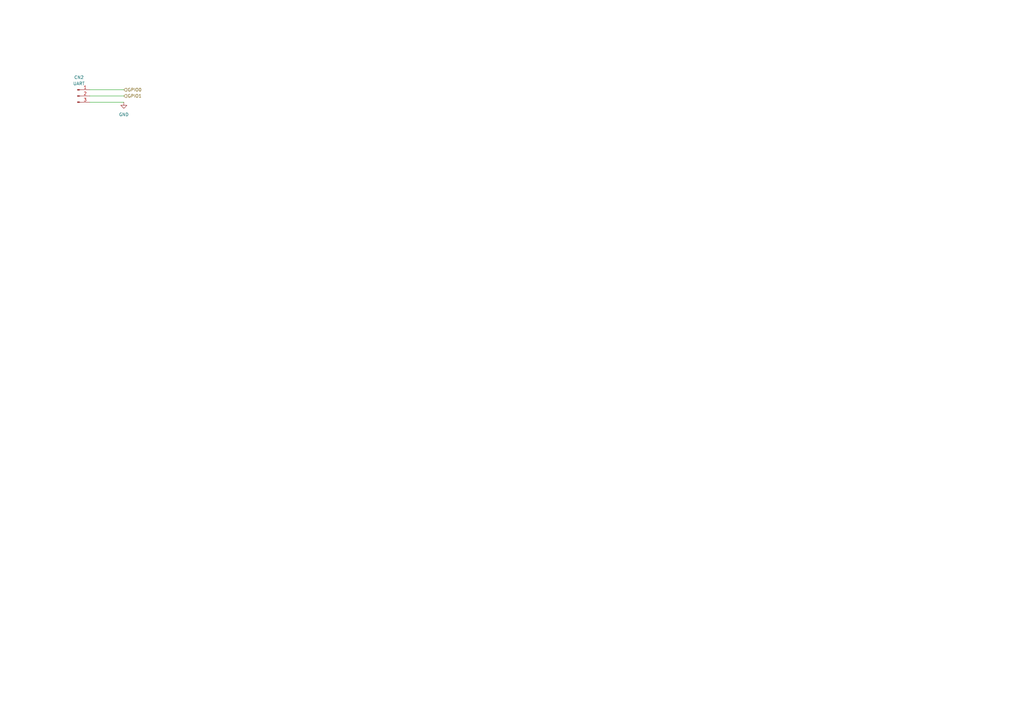
<source format=kicad_sch>
(kicad_sch (version 20231120) (generator "eeschema") (generator_version "8.0")
  (paper "A3")
  (title_block (title "USB to PS/2 Adapter") (date "2024-12-07") (rev "1.2") (company "Mikhail Matveev"))
  (lib_symbols
    (symbol "Connector:Conn_01x03_Pin" (pin_names (offset 1.016) hide)
      (property "Reference" "J" (at 0 5.08 0))
      (property "Value" "Conn_01x03_Pin" (at 0 -5.08 0))
      (symbol "Conn_01x03_Pin_1_1"
        (polyline (pts (xy 1.27 -2.54) (xy 0.8636 -2.54)) (stroke (width 0.1524)))
        (polyline (pts (xy 1.27 0) (xy 0.8636 0)) (stroke (width 0.1524)))
        (polyline (pts (xy 1.27 2.54) (xy 0.8636 2.54)) (stroke (width 0.1524)))
        (rectangle (start 0.8636 -2.413) (end 0 -2.667) (stroke (width 0.1524)) (fill (type outline)))
        (rectangle (start 0.8636 0.127) (end 0 -0.127) (stroke (width 0.1524)) (fill (type outline)))
        (rectangle (start 0.8636 2.667) (end 0 2.413) (stroke (width 0.1524)) (fill (type outline)))
        (pin passive line (at 5.08 2.54 180) (length 3.81) (name "Pin_1") (number "1"))
        (pin passive line (at 5.08 0 180) (length 3.81) (name "Pin_2") (number "2"))
        (pin passive line (at 5.08 -2.54 180) (length 3.81) (name "Pin_3") (number "3"))
      )
    )
    (symbol "GND_4" (power) (pin_numbers hide) (pin_names (offset 0) hide)
      (property "Value" "GND" (at 0 -3.81 0))
      (symbol "GND_4_0_1"
        (polyline (pts (xy 0 0) (xy 0 -1.27) (xy 1.27 -1.27) (xy 0 -2.54) (xy -1.27 -1.27) (xy 0 -1.27)))
      )
      (symbol "GND_4_1_1"
        (pin power_in line (at 0 0 270) (length 0) (name "~") (number "1"))
      )
    )
  )
  (wire (pts (xy 36.83 39.37) (xy 50.8 39.37)))
  (wire (pts (xy 36.83 41.91) (xy 50.8 41.91)))
  (wire (pts (xy 36.83 36.83) (xy 50.8 36.83)))
  (hierarchical_label "GPIO0" (shape input) (at 50.8 36.83 0))
  (hierarchical_label "GPIO1" (shape input) (at 50.8 39.37 0))
  (symbol (lib_id "Connector:Conn_01x03_Pin") (at 31.75 39.37 0) (unit 1)
    (property "Reference" "CN2" (at 32.385 31.75 0))
    (property "Value" "UART" (at 32.385 34.29 0))
    (property "Footprint" "LIBS:Medved_UART_Pin3" (effects (hide yes)))
    (property "Description" "Generic connector, single row, 01x03, script generated" (effects (hide yes)))
  )
  (symbol (lib_name "GND_4") (lib_id "power:GND") (at 50.8 41.91 0) (unit 1)
    (property "Reference" "#PWR030" (effects (hide yes)))
    (property "Value" "GND" (at 50.8 46.99 0))
    (property "Description" "Power symbol creates a global label with name \"GND\" , ground" (effects (hide yes)))
  )
)
</source>
